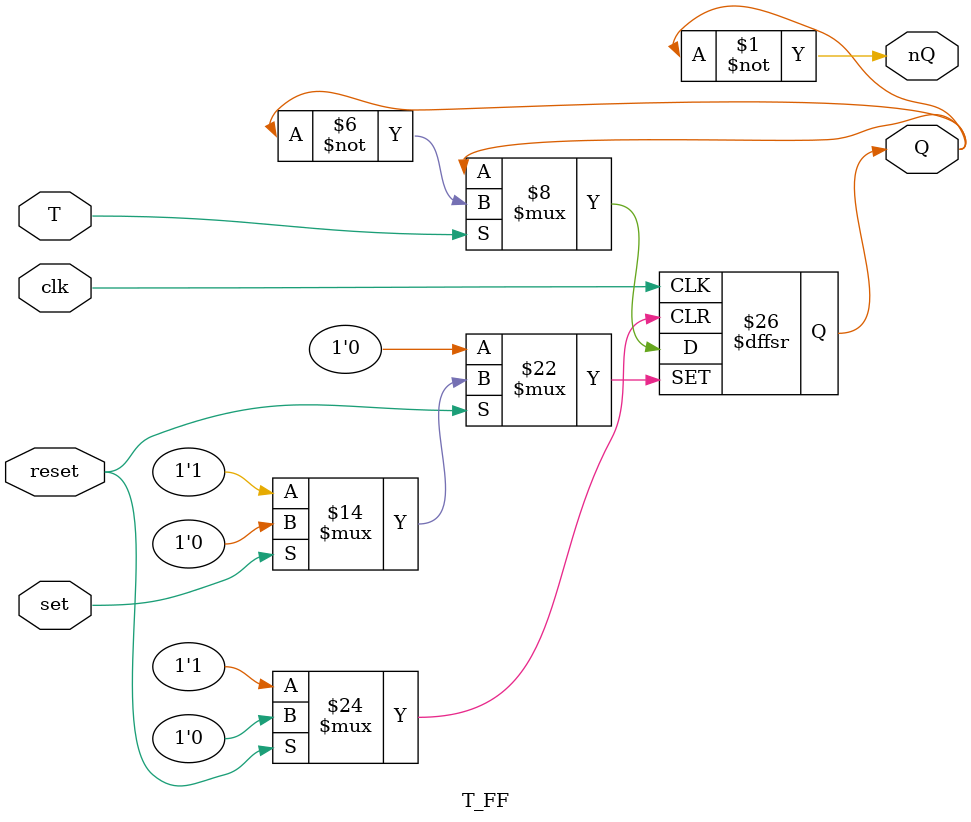
<source format=v>
`timescale 1ns / 1ps

module T_FF(
    input clk, //Clock signal
    input reset, set, //Reset and Set inputs
    input T, //T input
    output reg Q, //Output State
    output nQ //Not State Output
    );
    
    assign nQ = ~Q; //nQ is assigned to "not Q"
    
    always @(posedge clk or negedge set or negedge reset) begin
        if(set==0) Q <= 1; // SET is activated
        
        else if(reset==0) Q <= 0; //RESET is activated
        
        // If toggle input in one it reverses the state output
        else if(T==1) Q <= ~Q;
        else Q <= Q; 
    end
endmodule
</source>
